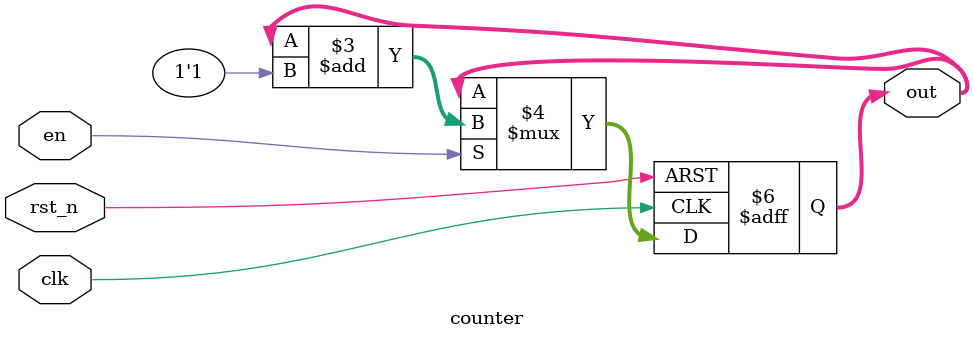
<source format=v>

module counter (input clk, input rst_n, input en, output reg [7:0] out);
  always @(posedge clk or negedge rst_n) begin
    if (~rst_n)
      out <= 8'b00000000;
    else if (en)
      out <= out + 1'b1;
  end
endmodule

</source>
